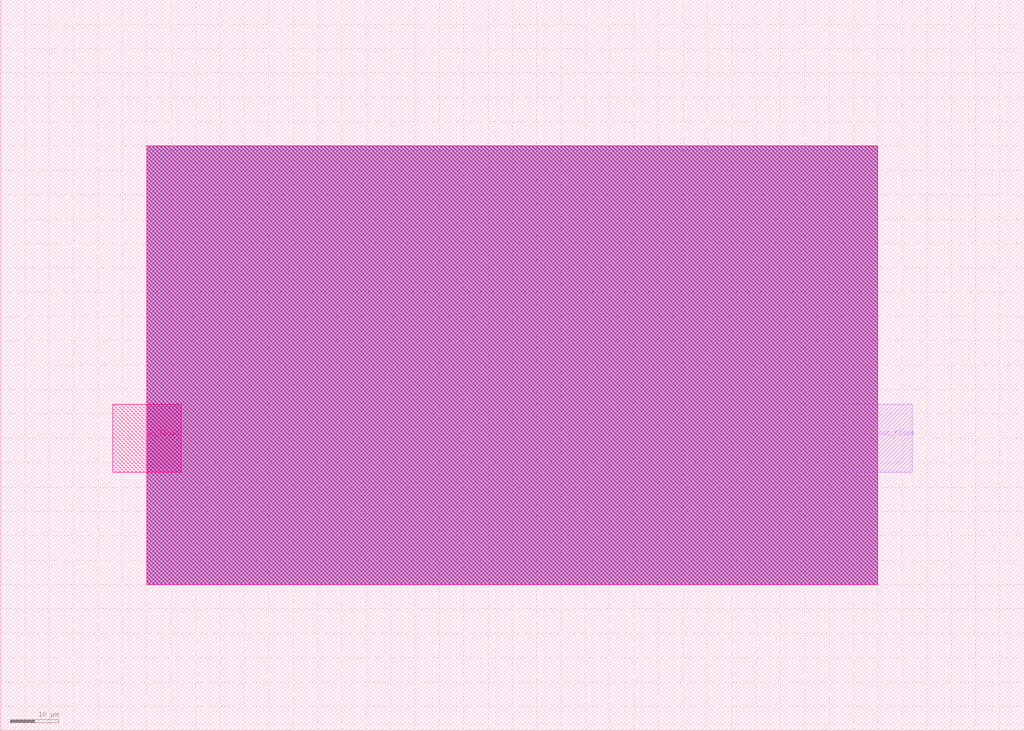
<source format=lef>

MACRO directional_res_600nl
  CLASS CORE ;
  ORIGIN  0 0 ;
  FOREIGN directional_res_600nl 0 0 ;
  SIZE 210 BY 150 ;
  SYMMETRY X Y ;
  SITE CoreSite ;
  PIN in_fluid
    DIRECTION INPUT ;
    USE SIGNAL ;
    PORT
      LAYER met6 ;
        RECT 23 53 37 67 ;
    END
  END in_fluid
  PIN out_fluid
    DIRECTION OUTPUT ;
    USE SIGNAL ;
    PORT
      LAYER met1 ;
        RECT 173 53 187 67 ;
    END
  END out_fluid
  OBS
    LAYER met1 ;
      RECT 30 30 180 120 ;
    LAYER met2 ;
      RECT 30 30 180 120 ;
    LAYER met3 ;
      RECT 30 30 180 120 ;
    LAYER met4 ;
      RECT 30 30 180 120 ;
    LAYER met5 ;
      RECT 30 30 180 120 ;
    LAYER met6 ;
      RECT 30 30 180 120 ;
  END
  PROPERTY CatenaDesignType "deviceLevel" ;
END directional_res_600nl

</source>
